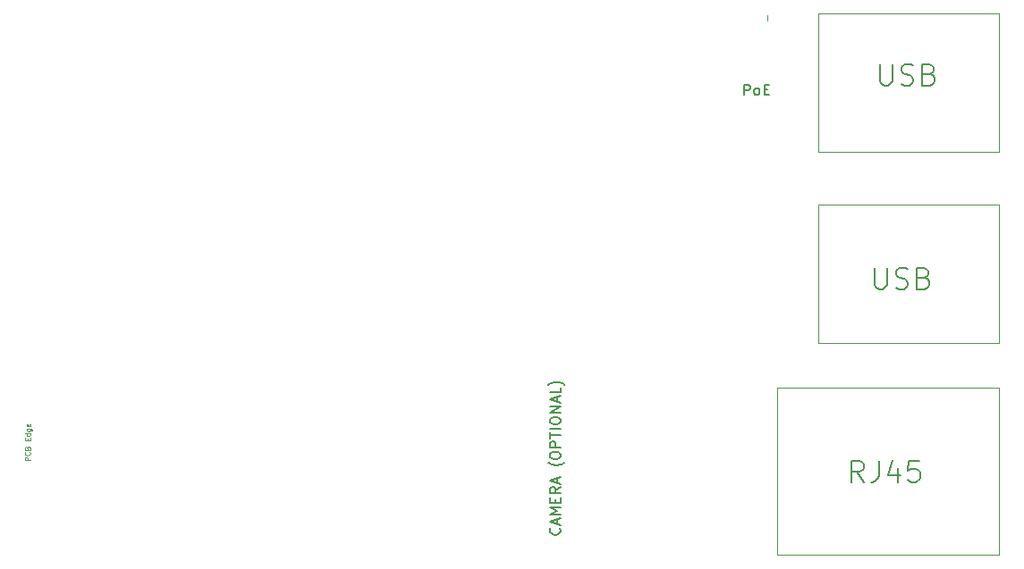
<source format=gbr>
%TF.GenerationSoftware,KiCad,Pcbnew,7.0.7-7.0.7~ubuntu23.04.1*%
%TF.CreationDate,2023-08-30T06:09:57+00:00*%
%TF.ProjectId,baggerdails,62616767-6572-4646-9169-6c732e6b6963,rev?*%
%TF.SameCoordinates,Original*%
%TF.FileFunction,OtherDrawing,Comment*%
%FSLAX46Y46*%
G04 Gerber Fmt 4.6, Leading zero omitted, Abs format (unit mm)*
G04 Created by KiCad (PCBNEW 7.0.7-7.0.7~ubuntu23.04.1) date 2023-08-30 06:09:57*
%MOMM*%
%LPD*%
G01*
G04 APERTURE LIST*
%ADD10C,0.100000*%
%ADD11C,0.150000*%
%ADD12C,0.080000*%
G04 APERTURE END LIST*
D10*
X166000000Y-81825000D02*
X187000000Y-81825000D01*
X187000000Y-97675000D01*
X166000000Y-97675000D01*
X166000000Y-81825000D01*
X165000000Y-47000000D02*
X165000000Y-46500000D01*
X169900000Y-64450000D02*
X187000000Y-64450000D01*
X187000000Y-77550000D01*
X169900000Y-77550000D01*
X169900000Y-64450000D01*
X169900000Y-46355925D02*
X187000000Y-46355925D01*
X187000000Y-59455925D01*
X169900000Y-59455925D01*
X169900000Y-46355925D01*
D11*
X175200190Y-70469438D02*
X175200190Y-72088485D01*
X175200190Y-72088485D02*
X175295428Y-72278961D01*
X175295428Y-72278961D02*
X175390666Y-72374200D01*
X175390666Y-72374200D02*
X175581142Y-72469438D01*
X175581142Y-72469438D02*
X175962095Y-72469438D01*
X175962095Y-72469438D02*
X176152571Y-72374200D01*
X176152571Y-72374200D02*
X176247809Y-72278961D01*
X176247809Y-72278961D02*
X176343047Y-72088485D01*
X176343047Y-72088485D02*
X176343047Y-70469438D01*
X177200190Y-72374200D02*
X177485904Y-72469438D01*
X177485904Y-72469438D02*
X177962095Y-72469438D01*
X177962095Y-72469438D02*
X178152571Y-72374200D01*
X178152571Y-72374200D02*
X178247809Y-72278961D01*
X178247809Y-72278961D02*
X178343047Y-72088485D01*
X178343047Y-72088485D02*
X178343047Y-71898009D01*
X178343047Y-71898009D02*
X178247809Y-71707533D01*
X178247809Y-71707533D02*
X178152571Y-71612295D01*
X178152571Y-71612295D02*
X177962095Y-71517057D01*
X177962095Y-71517057D02*
X177581142Y-71421819D01*
X177581142Y-71421819D02*
X177390666Y-71326580D01*
X177390666Y-71326580D02*
X177295428Y-71231342D01*
X177295428Y-71231342D02*
X177200190Y-71040866D01*
X177200190Y-71040866D02*
X177200190Y-70850390D01*
X177200190Y-70850390D02*
X177295428Y-70659914D01*
X177295428Y-70659914D02*
X177390666Y-70564676D01*
X177390666Y-70564676D02*
X177581142Y-70469438D01*
X177581142Y-70469438D02*
X178057333Y-70469438D01*
X178057333Y-70469438D02*
X178343047Y-70564676D01*
X179866857Y-71421819D02*
X180152571Y-71517057D01*
X180152571Y-71517057D02*
X180247809Y-71612295D01*
X180247809Y-71612295D02*
X180343047Y-71802771D01*
X180343047Y-71802771D02*
X180343047Y-72088485D01*
X180343047Y-72088485D02*
X180247809Y-72278961D01*
X180247809Y-72278961D02*
X180152571Y-72374200D01*
X180152571Y-72374200D02*
X179962095Y-72469438D01*
X179962095Y-72469438D02*
X179200190Y-72469438D01*
X179200190Y-72469438D02*
X179200190Y-70469438D01*
X179200190Y-70469438D02*
X179866857Y-70469438D01*
X179866857Y-70469438D02*
X180057333Y-70564676D01*
X180057333Y-70564676D02*
X180152571Y-70659914D01*
X180152571Y-70659914D02*
X180247809Y-70850390D01*
X180247809Y-70850390D02*
X180247809Y-71040866D01*
X180247809Y-71040866D02*
X180152571Y-71231342D01*
X180152571Y-71231342D02*
X180057333Y-71326580D01*
X180057333Y-71326580D02*
X179866857Y-71421819D01*
X179866857Y-71421819D02*
X179200190Y-71421819D01*
X174152380Y-90757438D02*
X173485713Y-89805057D01*
X173009523Y-90757438D02*
X173009523Y-88757438D01*
X173009523Y-88757438D02*
X173771428Y-88757438D01*
X173771428Y-88757438D02*
X173961904Y-88852676D01*
X173961904Y-88852676D02*
X174057142Y-88947914D01*
X174057142Y-88947914D02*
X174152380Y-89138390D01*
X174152380Y-89138390D02*
X174152380Y-89424104D01*
X174152380Y-89424104D02*
X174057142Y-89614580D01*
X174057142Y-89614580D02*
X173961904Y-89709819D01*
X173961904Y-89709819D02*
X173771428Y-89805057D01*
X173771428Y-89805057D02*
X173009523Y-89805057D01*
X175580952Y-88757438D02*
X175580952Y-90186009D01*
X175580952Y-90186009D02*
X175485713Y-90471723D01*
X175485713Y-90471723D02*
X175295237Y-90662200D01*
X175295237Y-90662200D02*
X175009523Y-90757438D01*
X175009523Y-90757438D02*
X174819047Y-90757438D01*
X177390476Y-89424104D02*
X177390476Y-90757438D01*
X176914285Y-88662200D02*
X176438095Y-90090771D01*
X176438095Y-90090771D02*
X177676190Y-90090771D01*
X179390476Y-88757438D02*
X178438095Y-88757438D01*
X178438095Y-88757438D02*
X178342857Y-89709819D01*
X178342857Y-89709819D02*
X178438095Y-89614580D01*
X178438095Y-89614580D02*
X178628571Y-89519342D01*
X178628571Y-89519342D02*
X179104762Y-89519342D01*
X179104762Y-89519342D02*
X179295238Y-89614580D01*
X179295238Y-89614580D02*
X179390476Y-89709819D01*
X179390476Y-89709819D02*
X179485714Y-89900295D01*
X179485714Y-89900295D02*
X179485714Y-90376485D01*
X179485714Y-90376485D02*
X179390476Y-90566961D01*
X179390476Y-90566961D02*
X179295238Y-90662200D01*
X179295238Y-90662200D02*
X179104762Y-90757438D01*
X179104762Y-90757438D02*
X178628571Y-90757438D01*
X178628571Y-90757438D02*
X178438095Y-90662200D01*
X178438095Y-90662200D02*
X178342857Y-90566961D01*
X145359580Y-95142857D02*
X145407200Y-95190476D01*
X145407200Y-95190476D02*
X145454819Y-95333333D01*
X145454819Y-95333333D02*
X145454819Y-95428571D01*
X145454819Y-95428571D02*
X145407200Y-95571428D01*
X145407200Y-95571428D02*
X145311961Y-95666666D01*
X145311961Y-95666666D02*
X145216723Y-95714285D01*
X145216723Y-95714285D02*
X145026247Y-95761904D01*
X145026247Y-95761904D02*
X144883390Y-95761904D01*
X144883390Y-95761904D02*
X144692914Y-95714285D01*
X144692914Y-95714285D02*
X144597676Y-95666666D01*
X144597676Y-95666666D02*
X144502438Y-95571428D01*
X144502438Y-95571428D02*
X144454819Y-95428571D01*
X144454819Y-95428571D02*
X144454819Y-95333333D01*
X144454819Y-95333333D02*
X144502438Y-95190476D01*
X144502438Y-95190476D02*
X144550057Y-95142857D01*
X145169104Y-94761904D02*
X145169104Y-94285714D01*
X145454819Y-94857142D02*
X144454819Y-94523809D01*
X144454819Y-94523809D02*
X145454819Y-94190476D01*
X145454819Y-93857142D02*
X144454819Y-93857142D01*
X144454819Y-93857142D02*
X145169104Y-93523809D01*
X145169104Y-93523809D02*
X144454819Y-93190476D01*
X144454819Y-93190476D02*
X145454819Y-93190476D01*
X144931009Y-92714285D02*
X144931009Y-92380952D01*
X145454819Y-92238095D02*
X145454819Y-92714285D01*
X145454819Y-92714285D02*
X144454819Y-92714285D01*
X144454819Y-92714285D02*
X144454819Y-92238095D01*
X145454819Y-91238095D02*
X144978628Y-91571428D01*
X145454819Y-91809523D02*
X144454819Y-91809523D01*
X144454819Y-91809523D02*
X144454819Y-91428571D01*
X144454819Y-91428571D02*
X144502438Y-91333333D01*
X144502438Y-91333333D02*
X144550057Y-91285714D01*
X144550057Y-91285714D02*
X144645295Y-91238095D01*
X144645295Y-91238095D02*
X144788152Y-91238095D01*
X144788152Y-91238095D02*
X144883390Y-91285714D01*
X144883390Y-91285714D02*
X144931009Y-91333333D01*
X144931009Y-91333333D02*
X144978628Y-91428571D01*
X144978628Y-91428571D02*
X144978628Y-91809523D01*
X145169104Y-90857142D02*
X145169104Y-90380952D01*
X145454819Y-90952380D02*
X144454819Y-90619047D01*
X144454819Y-90619047D02*
X145454819Y-90285714D01*
X145835771Y-88904761D02*
X145788152Y-88952380D01*
X145788152Y-88952380D02*
X145645295Y-89047618D01*
X145645295Y-89047618D02*
X145550057Y-89095237D01*
X145550057Y-89095237D02*
X145407200Y-89142856D01*
X145407200Y-89142856D02*
X145169104Y-89190475D01*
X145169104Y-89190475D02*
X144978628Y-89190475D01*
X144978628Y-89190475D02*
X144740533Y-89142856D01*
X144740533Y-89142856D02*
X144597676Y-89095237D01*
X144597676Y-89095237D02*
X144502438Y-89047618D01*
X144502438Y-89047618D02*
X144359580Y-88952380D01*
X144359580Y-88952380D02*
X144311961Y-88904761D01*
X144454819Y-88333332D02*
X144454819Y-88142856D01*
X144454819Y-88142856D02*
X144502438Y-88047618D01*
X144502438Y-88047618D02*
X144597676Y-87952380D01*
X144597676Y-87952380D02*
X144788152Y-87904761D01*
X144788152Y-87904761D02*
X145121485Y-87904761D01*
X145121485Y-87904761D02*
X145311961Y-87952380D01*
X145311961Y-87952380D02*
X145407200Y-88047618D01*
X145407200Y-88047618D02*
X145454819Y-88142856D01*
X145454819Y-88142856D02*
X145454819Y-88333332D01*
X145454819Y-88333332D02*
X145407200Y-88428570D01*
X145407200Y-88428570D02*
X145311961Y-88523808D01*
X145311961Y-88523808D02*
X145121485Y-88571427D01*
X145121485Y-88571427D02*
X144788152Y-88571427D01*
X144788152Y-88571427D02*
X144597676Y-88523808D01*
X144597676Y-88523808D02*
X144502438Y-88428570D01*
X144502438Y-88428570D02*
X144454819Y-88333332D01*
X145454819Y-87476189D02*
X144454819Y-87476189D01*
X144454819Y-87476189D02*
X144454819Y-87095237D01*
X144454819Y-87095237D02*
X144502438Y-86999999D01*
X144502438Y-86999999D02*
X144550057Y-86952380D01*
X144550057Y-86952380D02*
X144645295Y-86904761D01*
X144645295Y-86904761D02*
X144788152Y-86904761D01*
X144788152Y-86904761D02*
X144883390Y-86952380D01*
X144883390Y-86952380D02*
X144931009Y-86999999D01*
X144931009Y-86999999D02*
X144978628Y-87095237D01*
X144978628Y-87095237D02*
X144978628Y-87476189D01*
X144454819Y-86619046D02*
X144454819Y-86047618D01*
X145454819Y-86333332D02*
X144454819Y-86333332D01*
X145454819Y-85714284D02*
X144454819Y-85714284D01*
X144454819Y-85047618D02*
X144454819Y-84857142D01*
X144454819Y-84857142D02*
X144502438Y-84761904D01*
X144502438Y-84761904D02*
X144597676Y-84666666D01*
X144597676Y-84666666D02*
X144788152Y-84619047D01*
X144788152Y-84619047D02*
X145121485Y-84619047D01*
X145121485Y-84619047D02*
X145311961Y-84666666D01*
X145311961Y-84666666D02*
X145407200Y-84761904D01*
X145407200Y-84761904D02*
X145454819Y-84857142D01*
X145454819Y-84857142D02*
X145454819Y-85047618D01*
X145454819Y-85047618D02*
X145407200Y-85142856D01*
X145407200Y-85142856D02*
X145311961Y-85238094D01*
X145311961Y-85238094D02*
X145121485Y-85285713D01*
X145121485Y-85285713D02*
X144788152Y-85285713D01*
X144788152Y-85285713D02*
X144597676Y-85238094D01*
X144597676Y-85238094D02*
X144502438Y-85142856D01*
X144502438Y-85142856D02*
X144454819Y-85047618D01*
X145454819Y-84190475D02*
X144454819Y-84190475D01*
X144454819Y-84190475D02*
X145454819Y-83619047D01*
X145454819Y-83619047D02*
X144454819Y-83619047D01*
X145169104Y-83190475D02*
X145169104Y-82714285D01*
X145454819Y-83285713D02*
X144454819Y-82952380D01*
X144454819Y-82952380D02*
X145454819Y-82619047D01*
X145454819Y-81809523D02*
X145454819Y-82285713D01*
X145454819Y-82285713D02*
X144454819Y-82285713D01*
X145835771Y-81571427D02*
X145788152Y-81523808D01*
X145788152Y-81523808D02*
X145645295Y-81428570D01*
X145645295Y-81428570D02*
X145550057Y-81380951D01*
X145550057Y-81380951D02*
X145407200Y-81333332D01*
X145407200Y-81333332D02*
X145169104Y-81285713D01*
X145169104Y-81285713D02*
X144978628Y-81285713D01*
X144978628Y-81285713D02*
X144740533Y-81333332D01*
X144740533Y-81333332D02*
X144597676Y-81380951D01*
X144597676Y-81380951D02*
X144502438Y-81428570D01*
X144502438Y-81428570D02*
X144359580Y-81523808D01*
X144359580Y-81523808D02*
X144311961Y-81571427D01*
X175708190Y-51165438D02*
X175708190Y-52784485D01*
X175708190Y-52784485D02*
X175803428Y-52974961D01*
X175803428Y-52974961D02*
X175898666Y-53070200D01*
X175898666Y-53070200D02*
X176089142Y-53165438D01*
X176089142Y-53165438D02*
X176470095Y-53165438D01*
X176470095Y-53165438D02*
X176660571Y-53070200D01*
X176660571Y-53070200D02*
X176755809Y-52974961D01*
X176755809Y-52974961D02*
X176851047Y-52784485D01*
X176851047Y-52784485D02*
X176851047Y-51165438D01*
X177708190Y-53070200D02*
X177993904Y-53165438D01*
X177993904Y-53165438D02*
X178470095Y-53165438D01*
X178470095Y-53165438D02*
X178660571Y-53070200D01*
X178660571Y-53070200D02*
X178755809Y-52974961D01*
X178755809Y-52974961D02*
X178851047Y-52784485D01*
X178851047Y-52784485D02*
X178851047Y-52594009D01*
X178851047Y-52594009D02*
X178755809Y-52403533D01*
X178755809Y-52403533D02*
X178660571Y-52308295D01*
X178660571Y-52308295D02*
X178470095Y-52213057D01*
X178470095Y-52213057D02*
X178089142Y-52117819D01*
X178089142Y-52117819D02*
X177898666Y-52022580D01*
X177898666Y-52022580D02*
X177803428Y-51927342D01*
X177803428Y-51927342D02*
X177708190Y-51736866D01*
X177708190Y-51736866D02*
X177708190Y-51546390D01*
X177708190Y-51546390D02*
X177803428Y-51355914D01*
X177803428Y-51355914D02*
X177898666Y-51260676D01*
X177898666Y-51260676D02*
X178089142Y-51165438D01*
X178089142Y-51165438D02*
X178565333Y-51165438D01*
X178565333Y-51165438D02*
X178851047Y-51260676D01*
X180374857Y-52117819D02*
X180660571Y-52213057D01*
X180660571Y-52213057D02*
X180755809Y-52308295D01*
X180755809Y-52308295D02*
X180851047Y-52498771D01*
X180851047Y-52498771D02*
X180851047Y-52784485D01*
X180851047Y-52784485D02*
X180755809Y-52974961D01*
X180755809Y-52974961D02*
X180660571Y-53070200D01*
X180660571Y-53070200D02*
X180470095Y-53165438D01*
X180470095Y-53165438D02*
X179708190Y-53165438D01*
X179708190Y-53165438D02*
X179708190Y-51165438D01*
X179708190Y-51165438D02*
X180374857Y-51165438D01*
X180374857Y-51165438D02*
X180565333Y-51260676D01*
X180565333Y-51260676D02*
X180660571Y-51355914D01*
X180660571Y-51355914D02*
X180755809Y-51546390D01*
X180755809Y-51546390D02*
X180755809Y-51736866D01*
X180755809Y-51736866D02*
X180660571Y-51927342D01*
X180660571Y-51927342D02*
X180565333Y-52022580D01*
X180565333Y-52022580D02*
X180374857Y-52117819D01*
X180374857Y-52117819D02*
X179708190Y-52117819D01*
X162833333Y-54094819D02*
X162833333Y-53094819D01*
X162833333Y-53094819D02*
X163214285Y-53094819D01*
X163214285Y-53094819D02*
X163309523Y-53142438D01*
X163309523Y-53142438D02*
X163357142Y-53190057D01*
X163357142Y-53190057D02*
X163404761Y-53285295D01*
X163404761Y-53285295D02*
X163404761Y-53428152D01*
X163404761Y-53428152D02*
X163357142Y-53523390D01*
X163357142Y-53523390D02*
X163309523Y-53571009D01*
X163309523Y-53571009D02*
X163214285Y-53618628D01*
X163214285Y-53618628D02*
X162833333Y-53618628D01*
X163976190Y-54094819D02*
X163880952Y-54047200D01*
X163880952Y-54047200D02*
X163833333Y-53999580D01*
X163833333Y-53999580D02*
X163785714Y-53904342D01*
X163785714Y-53904342D02*
X163785714Y-53618628D01*
X163785714Y-53618628D02*
X163833333Y-53523390D01*
X163833333Y-53523390D02*
X163880952Y-53475771D01*
X163880952Y-53475771D02*
X163976190Y-53428152D01*
X163976190Y-53428152D02*
X164119047Y-53428152D01*
X164119047Y-53428152D02*
X164214285Y-53475771D01*
X164214285Y-53475771D02*
X164261904Y-53523390D01*
X164261904Y-53523390D02*
X164309523Y-53618628D01*
X164309523Y-53618628D02*
X164309523Y-53904342D01*
X164309523Y-53904342D02*
X164261904Y-53999580D01*
X164261904Y-53999580D02*
X164214285Y-54047200D01*
X164214285Y-54047200D02*
X164119047Y-54094819D01*
X164119047Y-54094819D02*
X163976190Y-54094819D01*
X164738095Y-53571009D02*
X165071428Y-53571009D01*
X165214285Y-54094819D02*
X164738095Y-54094819D01*
X164738095Y-54094819D02*
X164738095Y-53094819D01*
X164738095Y-53094819D02*
X165214285Y-53094819D01*
D12*
X95239649Y-88714285D02*
X94739649Y-88714285D01*
X94739649Y-88714285D02*
X94739649Y-88523809D01*
X94739649Y-88523809D02*
X94763459Y-88476190D01*
X94763459Y-88476190D02*
X94787268Y-88452380D01*
X94787268Y-88452380D02*
X94834887Y-88428571D01*
X94834887Y-88428571D02*
X94906316Y-88428571D01*
X94906316Y-88428571D02*
X94953935Y-88452380D01*
X94953935Y-88452380D02*
X94977744Y-88476190D01*
X94977744Y-88476190D02*
X95001554Y-88523809D01*
X95001554Y-88523809D02*
X95001554Y-88714285D01*
X95192030Y-87928571D02*
X95215840Y-87952380D01*
X95215840Y-87952380D02*
X95239649Y-88023809D01*
X95239649Y-88023809D02*
X95239649Y-88071428D01*
X95239649Y-88071428D02*
X95215840Y-88142856D01*
X95215840Y-88142856D02*
X95168220Y-88190475D01*
X95168220Y-88190475D02*
X95120601Y-88214285D01*
X95120601Y-88214285D02*
X95025363Y-88238094D01*
X95025363Y-88238094D02*
X94953935Y-88238094D01*
X94953935Y-88238094D02*
X94858697Y-88214285D01*
X94858697Y-88214285D02*
X94811078Y-88190475D01*
X94811078Y-88190475D02*
X94763459Y-88142856D01*
X94763459Y-88142856D02*
X94739649Y-88071428D01*
X94739649Y-88071428D02*
X94739649Y-88023809D01*
X94739649Y-88023809D02*
X94763459Y-87952380D01*
X94763459Y-87952380D02*
X94787268Y-87928571D01*
X94977744Y-87547618D02*
X95001554Y-87476190D01*
X95001554Y-87476190D02*
X95025363Y-87452380D01*
X95025363Y-87452380D02*
X95072982Y-87428571D01*
X95072982Y-87428571D02*
X95144411Y-87428571D01*
X95144411Y-87428571D02*
X95192030Y-87452380D01*
X95192030Y-87452380D02*
X95215840Y-87476190D01*
X95215840Y-87476190D02*
X95239649Y-87523809D01*
X95239649Y-87523809D02*
X95239649Y-87714285D01*
X95239649Y-87714285D02*
X94739649Y-87714285D01*
X94739649Y-87714285D02*
X94739649Y-87547618D01*
X94739649Y-87547618D02*
X94763459Y-87499999D01*
X94763459Y-87499999D02*
X94787268Y-87476190D01*
X94787268Y-87476190D02*
X94834887Y-87452380D01*
X94834887Y-87452380D02*
X94882506Y-87452380D01*
X94882506Y-87452380D02*
X94930125Y-87476190D01*
X94930125Y-87476190D02*
X94953935Y-87499999D01*
X94953935Y-87499999D02*
X94977744Y-87547618D01*
X94977744Y-87547618D02*
X94977744Y-87714285D01*
X94977744Y-86833333D02*
X94977744Y-86666666D01*
X95239649Y-86595238D02*
X95239649Y-86833333D01*
X95239649Y-86833333D02*
X94739649Y-86833333D01*
X94739649Y-86833333D02*
X94739649Y-86595238D01*
X95239649Y-86166666D02*
X94739649Y-86166666D01*
X95215840Y-86166666D02*
X95239649Y-86214285D01*
X95239649Y-86214285D02*
X95239649Y-86309523D01*
X95239649Y-86309523D02*
X95215840Y-86357142D01*
X95215840Y-86357142D02*
X95192030Y-86380952D01*
X95192030Y-86380952D02*
X95144411Y-86404761D01*
X95144411Y-86404761D02*
X95001554Y-86404761D01*
X95001554Y-86404761D02*
X94953935Y-86380952D01*
X94953935Y-86380952D02*
X94930125Y-86357142D01*
X94930125Y-86357142D02*
X94906316Y-86309523D01*
X94906316Y-86309523D02*
X94906316Y-86214285D01*
X94906316Y-86214285D02*
X94930125Y-86166666D01*
X94906316Y-85714285D02*
X95311078Y-85714285D01*
X95311078Y-85714285D02*
X95358697Y-85738095D01*
X95358697Y-85738095D02*
X95382506Y-85761904D01*
X95382506Y-85761904D02*
X95406316Y-85809523D01*
X95406316Y-85809523D02*
X95406316Y-85880952D01*
X95406316Y-85880952D02*
X95382506Y-85928571D01*
X95215840Y-85714285D02*
X95239649Y-85761904D01*
X95239649Y-85761904D02*
X95239649Y-85857142D01*
X95239649Y-85857142D02*
X95215840Y-85904761D01*
X95215840Y-85904761D02*
X95192030Y-85928571D01*
X95192030Y-85928571D02*
X95144411Y-85952380D01*
X95144411Y-85952380D02*
X95001554Y-85952380D01*
X95001554Y-85952380D02*
X94953935Y-85928571D01*
X94953935Y-85928571D02*
X94930125Y-85904761D01*
X94930125Y-85904761D02*
X94906316Y-85857142D01*
X94906316Y-85857142D02*
X94906316Y-85761904D01*
X94906316Y-85761904D02*
X94930125Y-85714285D01*
X95215840Y-85285714D02*
X95239649Y-85333333D01*
X95239649Y-85333333D02*
X95239649Y-85428571D01*
X95239649Y-85428571D02*
X95215840Y-85476190D01*
X95215840Y-85476190D02*
X95168220Y-85499999D01*
X95168220Y-85499999D02*
X94977744Y-85499999D01*
X94977744Y-85499999D02*
X94930125Y-85476190D01*
X94930125Y-85476190D02*
X94906316Y-85428571D01*
X94906316Y-85428571D02*
X94906316Y-85333333D01*
X94906316Y-85333333D02*
X94930125Y-85285714D01*
X94930125Y-85285714D02*
X94977744Y-85261904D01*
X94977744Y-85261904D02*
X95025363Y-85261904D01*
X95025363Y-85261904D02*
X95072982Y-85499999D01*
M02*

</source>
